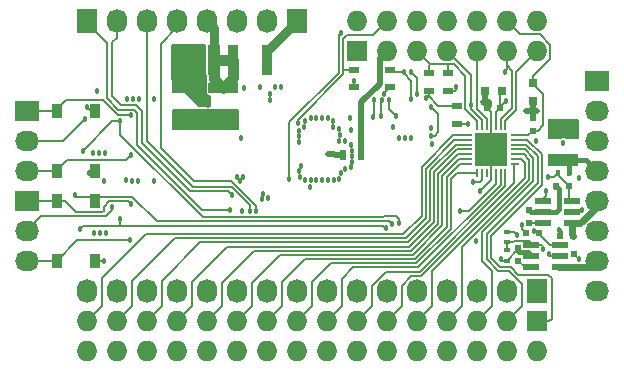
<source format=gbl>
G04 #@! TF.FileFunction,Copper,L4,Bot,Signal*
%FSLAX46Y46*%
G04 Gerber Fmt 4.6, Leading zero omitted, Abs format (unit mm)*
G04 Created by KiCad (PCBNEW 4.0.1-stable) date Friday, February 12, 2016 'PMt' 12:09:39 PM*
%MOMM*%
G01*
G04 APERTURE LIST*
%ADD10C,0.100000*%
%ADD11R,1.330000X0.560000*%
%ADD12R,0.500000X0.900000*%
%ADD13R,0.600000X0.500000*%
%ADD14R,1.727200X1.727200*%
%ADD15O,1.727200X1.727200*%
%ADD16R,1.727200X2.032000*%
%ADD17O,1.727200X2.032000*%
%ADD18R,0.500000X0.600000*%
%ADD19R,0.800000X0.750000*%
%ADD20R,0.750000X0.800000*%
%ADD21R,1.000000X2.500000*%
%ADD22R,2.500000X1.000000*%
%ADD23R,0.900000X2.500000*%
%ADD24R,0.900000X0.500000*%
%ADD25R,2.500000X0.900000*%
%ADD26R,2.032000X1.727200*%
%ADD27O,2.032000X1.727200*%
%ADD28R,0.400000X0.600000*%
%ADD29R,0.600000X0.400000*%
%ADD30R,0.800000X0.200000*%
%ADD31R,0.200000X0.800000*%
%ADD32R,1.500000X1.500000*%
%ADD33R,0.910000X1.220000*%
%ADD34C,0.457200*%
%ADD35C,0.200000*%
%ADD36C,0.914400*%
%ADD37C,0.457200*%
%ADD38C,0.508000*%
%ADD39C,0.762000*%
%ADD40C,0.254000*%
%ADD41C,0.889000*%
%ADD42C,0.560000*%
%ADD43C,0.600000*%
%ADD44C,0.152400*%
G04 APERTURE END LIST*
D10*
D11*
X213900000Y-88250000D03*
X213900000Y-87300000D03*
X213900000Y-86350000D03*
X216300000Y-86350000D03*
X216300000Y-88250000D03*
X216300000Y-87300000D03*
D12*
X198450000Y-82500000D03*
X196950000Y-82500000D03*
D13*
X210250000Y-78500000D03*
X209150000Y-78500000D03*
D14*
X213360000Y-96520000D03*
D15*
X213360000Y-99060000D03*
X210820000Y-96520000D03*
X210820000Y-99060000D03*
X208280000Y-96520000D03*
X208280000Y-99060000D03*
X205740000Y-96520000D03*
X205740000Y-99060000D03*
X203200000Y-96520000D03*
X203200000Y-99060000D03*
X200660000Y-96520000D03*
X200660000Y-99060000D03*
X198120000Y-96520000D03*
X198120000Y-99060000D03*
X195580000Y-96520000D03*
X195580000Y-99060000D03*
X193040000Y-96520000D03*
X193040000Y-99060000D03*
X190500000Y-96520000D03*
X190500000Y-99060000D03*
X187960000Y-96520000D03*
X187960000Y-99060000D03*
X185420000Y-96520000D03*
X185420000Y-99060000D03*
X182880000Y-96520000D03*
X182880000Y-99060000D03*
X180340000Y-96520000D03*
X180340000Y-99060000D03*
X177800000Y-96520000D03*
X177800000Y-99060000D03*
X175260000Y-96520000D03*
X175260000Y-99060000D03*
D16*
X213360000Y-93980000D03*
D17*
X210820000Y-93980000D03*
X208280000Y-93980000D03*
X205740000Y-93980000D03*
X203200000Y-93980000D03*
X200660000Y-93980000D03*
X198120000Y-93980000D03*
X195580000Y-93980000D03*
X193040000Y-93980000D03*
X190500000Y-93980000D03*
X187960000Y-93980000D03*
X185420000Y-93980000D03*
X182880000Y-93980000D03*
X180340000Y-93980000D03*
X177800000Y-93980000D03*
X175260000Y-93980000D03*
D16*
X193040000Y-71120000D03*
D17*
X190500000Y-71120000D03*
X187960000Y-71120000D03*
X185420000Y-71120000D03*
D14*
X198120000Y-73660000D03*
D15*
X198120000Y-71120000D03*
X200660000Y-73660000D03*
X200660000Y-71120000D03*
X203200000Y-73660000D03*
X203200000Y-71120000D03*
X205740000Y-73660000D03*
X205740000Y-71120000D03*
X208280000Y-73660000D03*
X208280000Y-71120000D03*
X210820000Y-73660000D03*
X210820000Y-71120000D03*
X213360000Y-73660000D03*
X213360000Y-71120000D03*
D18*
X213000000Y-80400000D03*
X213000000Y-79300000D03*
D19*
X210450000Y-77050000D03*
X208950000Y-77050000D03*
D20*
X213050000Y-76400000D03*
X213050000Y-77900000D03*
D21*
X186031000Y-74422000D03*
X183031000Y-74422000D03*
D22*
X183769000Y-79732000D03*
X183769000Y-76732000D03*
D23*
X190553000Y-74422000D03*
X187653000Y-74422000D03*
D24*
X206600000Y-79800000D03*
X206600000Y-78300000D03*
X204200000Y-77050000D03*
X204200000Y-75550000D03*
X205800000Y-75550000D03*
X205800000Y-77050000D03*
X200900000Y-76750000D03*
X200900000Y-75250000D03*
X197900000Y-76750000D03*
X197900000Y-75250000D03*
D25*
X186817000Y-79682000D03*
X186817000Y-76782000D03*
D26*
X170180000Y-78740000D03*
D27*
X170180000Y-81280000D03*
X170180000Y-83820000D03*
D26*
X170180000Y-86360000D03*
D27*
X170180000Y-88900000D03*
X170180000Y-91440000D03*
D18*
X216500000Y-91950000D03*
X216500000Y-90850000D03*
D13*
X216450000Y-89300000D03*
X215350000Y-89300000D03*
X213550000Y-89100000D03*
X212450000Y-89100000D03*
D18*
X211800000Y-91400000D03*
X211800000Y-90300000D03*
D13*
X216100000Y-85100000D03*
X215000000Y-85100000D03*
D18*
X212700000Y-88250000D03*
X212700000Y-87150000D03*
D22*
X215600000Y-82900000D03*
X215600000Y-79900000D03*
D28*
X216050000Y-84000000D03*
X215150000Y-84000000D03*
D29*
X210800000Y-89850000D03*
X210800000Y-88950000D03*
X210800000Y-91400000D03*
X210800000Y-90500000D03*
D26*
X218440000Y-76200000D03*
D27*
X218440000Y-78740000D03*
X218440000Y-81280000D03*
X218440000Y-83820000D03*
X218440000Y-86360000D03*
X218440000Y-88900000D03*
X218440000Y-91440000D03*
X218440000Y-93980000D03*
D30*
X211500000Y-80800000D03*
X211500000Y-81200000D03*
X211500000Y-81600000D03*
X211500000Y-82000000D03*
X211500000Y-82400000D03*
X211500000Y-82800000D03*
X211500000Y-83200000D03*
D31*
X210700000Y-84000000D03*
X210300000Y-84000000D03*
X209900000Y-84000000D03*
X209500000Y-84000000D03*
X209100000Y-84000000D03*
X208700000Y-84000000D03*
X208300000Y-84000000D03*
D30*
X207500000Y-83200000D03*
X207500000Y-82800000D03*
X207500000Y-82400000D03*
X207500000Y-82000000D03*
X207500000Y-81600000D03*
X207500000Y-81200000D03*
X207500000Y-80800000D03*
D31*
X208300000Y-80000000D03*
X208700000Y-80000000D03*
X209100000Y-80000000D03*
X209500000Y-80000000D03*
X209900000Y-80000000D03*
X210300000Y-80000000D03*
X210700000Y-80000000D03*
D32*
X208900000Y-82600000D03*
X208900000Y-81400000D03*
X210100000Y-82600000D03*
X210100000Y-81400000D03*
D11*
X212900000Y-91950000D03*
X212900000Y-91000000D03*
X212900000Y-90050000D03*
X215300000Y-90050000D03*
X215300000Y-91950000D03*
X215300000Y-91000000D03*
D33*
X172720000Y-86360000D03*
X175990000Y-86360000D03*
X172720000Y-78740000D03*
X175990000Y-78740000D03*
X172720000Y-91440000D03*
X175990000Y-91440000D03*
X172720000Y-83820000D03*
X175990000Y-83820000D03*
D16*
X175260000Y-71120000D03*
D17*
X177800000Y-71120000D03*
X180340000Y-71120000D03*
X182880000Y-71120000D03*
D34*
X176706605Y-84706993D03*
X213131002Y-88896533D03*
X211689924Y-89208449D03*
X210789730Y-77853823D03*
X214323770Y-84336508D03*
X183200000Y-78900000D03*
X183700000Y-78900000D03*
X184200000Y-78900000D03*
X185700000Y-78900000D03*
X185200000Y-78900000D03*
X184700000Y-78900000D03*
X176084102Y-77029258D03*
X180969102Y-77729258D03*
X180969102Y-84629258D03*
X201190245Y-80133945D03*
X215600000Y-81409603D03*
X188600000Y-76800000D03*
X175300000Y-78400000D03*
X175400000Y-84000000D03*
X176700000Y-91400000D03*
X210300000Y-91291002D03*
X215200000Y-88800000D03*
X212068998Y-88400000D03*
X215253998Y-86211002D03*
X216900084Y-91299804D03*
X201084309Y-88267230D03*
X188400975Y-87201683D03*
X174265112Y-85878990D03*
X179591421Y-84629720D03*
X179102578Y-84629716D03*
X178602750Y-84613240D03*
X208580457Y-85506477D03*
X178684102Y-77729258D03*
X179684102Y-77729258D03*
X179184102Y-77729258D03*
X175784102Y-82329258D03*
X176784102Y-82329258D03*
X176284102Y-82329258D03*
X175884102Y-89029258D03*
X176884102Y-89029258D03*
X176384102Y-89029258D03*
X188341000Y-81026000D03*
X188214000Y-84709000D03*
X187960000Y-84328000D03*
X188468000Y-84328000D03*
X185100000Y-77900000D03*
X185500000Y-78200000D03*
X185474594Y-77601626D03*
X209300000Y-77941000D03*
X208800000Y-77941000D03*
X204500000Y-81500000D03*
X215100000Y-80800000D03*
X215600000Y-80800000D03*
X216100000Y-80800000D03*
X216600000Y-80800000D03*
X214600000Y-80800000D03*
X216900000Y-84400000D03*
X201700000Y-81000000D03*
X202200000Y-81000000D03*
X202700000Y-81000000D03*
X184100000Y-75400000D03*
X184100000Y-74800000D03*
X184100000Y-74200000D03*
X184100000Y-73600000D03*
X179000000Y-79100000D03*
X179000000Y-86600000D03*
X197500000Y-79300000D03*
X197900000Y-76200000D03*
X200459511Y-77266883D03*
X204000000Y-77600000D03*
X189900000Y-76700000D03*
X197731014Y-83046928D03*
X197631499Y-83518905D03*
X196781012Y-84018687D03*
X197122165Y-83631012D03*
X197139899Y-81272728D03*
X197612000Y-80391000D03*
X194183000Y-85217000D03*
X206500000Y-76723494D03*
X196634483Y-84531914D03*
X196646116Y-81281018D03*
X190731002Y-77300000D03*
X190731002Y-77800000D03*
X191700000Y-76700000D03*
X191200000Y-76700000D03*
X190100000Y-86200000D03*
X190589684Y-86110316D03*
X190207091Y-85727724D03*
X212900000Y-78700000D03*
X213368990Y-78700000D03*
X212400000Y-78700000D03*
X193701658Y-79595638D03*
X193363644Y-83363645D03*
X193182599Y-81363601D03*
X193200000Y-83800000D03*
X193300000Y-84300000D03*
X193700000Y-84600000D03*
X194200000Y-84600000D03*
X194700000Y-84600000D03*
X195200000Y-84600000D03*
X195700000Y-84581002D03*
X196200000Y-84581002D03*
X197723604Y-82575280D03*
X197700000Y-82100000D03*
X197600000Y-81600000D03*
X193218998Y-80900000D03*
X193259221Y-80429611D03*
X193668998Y-80100000D03*
X194200000Y-79300000D03*
X194700000Y-79300000D03*
X195200000Y-79300000D03*
X195700000Y-79300000D03*
X196100000Y-79600000D03*
X196100000Y-80100000D03*
X196600000Y-80300000D03*
X196700000Y-80800000D03*
X195700000Y-82400000D03*
X196200000Y-82400000D03*
X204400000Y-78400000D03*
X206865271Y-87166572D03*
X204400059Y-80819839D03*
X207988659Y-84717012D03*
X179000000Y-82500000D03*
X178898648Y-89678586D03*
X202099845Y-75418600D03*
X202738509Y-77738509D03*
X202709873Y-75409873D03*
X203219519Y-77288509D03*
X201422234Y-79171925D03*
X200818746Y-77799273D03*
X196781010Y-72100000D03*
X192400000Y-84500000D03*
X210623276Y-75440374D03*
X200209603Y-77822905D03*
X200200000Y-79200000D03*
X199600000Y-77822905D03*
X199487983Y-79215349D03*
X193125494Y-79794761D03*
X207500000Y-79800000D03*
X207798990Y-78200000D03*
X178100000Y-87913256D03*
X174700000Y-88700000D03*
X200600000Y-88670414D03*
X201702694Y-88248925D03*
X174900000Y-82100000D03*
X178100000Y-79600000D03*
X175100000Y-79400000D03*
X177400000Y-86841010D03*
X214411237Y-90878368D03*
X217200000Y-87100000D03*
X213844355Y-90459708D03*
X213312913Y-81287087D03*
X214100000Y-85500000D03*
X204391848Y-80194286D03*
X208224595Y-89727643D03*
X187529592Y-85861177D03*
X187400000Y-87100000D03*
X189600000Y-87200000D03*
X189100000Y-87200000D03*
D35*
X213550000Y-89100000D02*
X213334469Y-89100000D01*
X213334469Y-89100000D02*
X213131002Y-88896533D01*
X215300000Y-90050000D02*
X214435000Y-90050000D01*
X214435000Y-90050000D02*
X213550000Y-89165000D01*
X213550000Y-89165000D02*
X213550000Y-89100000D01*
X211461325Y-88979850D02*
X211689924Y-89208449D01*
X210800000Y-88950000D02*
X211431475Y-88950000D01*
X211431475Y-88950000D02*
X211461325Y-88979850D01*
X210250000Y-78500000D02*
X210250000Y-78393553D01*
X210250000Y-78393553D02*
X210789730Y-77853823D01*
X215150000Y-84000000D02*
X214819514Y-84330486D01*
X214819514Y-84330486D02*
X214329792Y-84330486D01*
X214329792Y-84330486D02*
X214323770Y-84336508D01*
X183700000Y-78900000D02*
X183200000Y-78900000D01*
X184200000Y-78900000D02*
X183700000Y-78900000D01*
X184700000Y-78900000D02*
X184200000Y-78900000D01*
X185200000Y-78900000D02*
X185700000Y-78900000D01*
X184700000Y-78900000D02*
X185200000Y-78900000D01*
X183769000Y-79732000D02*
X183868000Y-79732000D01*
X183868000Y-79732000D02*
X184700000Y-78900000D01*
X210250000Y-78500000D02*
X210250000Y-78439730D01*
X215200000Y-90050000D02*
X215150000Y-90050000D01*
X216100000Y-85100000D02*
X216100000Y-86150000D01*
X215150000Y-84000000D02*
X215150000Y-84150000D01*
X215150000Y-84150000D02*
X216100000Y-85100000D01*
D36*
X186817000Y-79682000D02*
X183819000Y-79682000D01*
D35*
X183819000Y-79682000D02*
X183769000Y-79732000D01*
X210250000Y-78500000D02*
X210250000Y-77250000D01*
X210250000Y-77250000D02*
X210450000Y-77050000D01*
X209900000Y-80050000D02*
X209900000Y-78850000D01*
X209900000Y-78850000D02*
X210250000Y-78500000D01*
X176500000Y-86000000D02*
X174386122Y-86000000D01*
X179111882Y-86000000D02*
X176500000Y-86000000D01*
X176500000Y-86000000D02*
X176350000Y-86000000D01*
X176350000Y-86000000D02*
X175990000Y-86360000D01*
X175990000Y-78740000D02*
X175640000Y-78740000D01*
X175640000Y-78740000D02*
X175300000Y-78400000D01*
X175990000Y-83820000D02*
X175580000Y-83820000D01*
X175580000Y-83820000D02*
X175400000Y-84000000D01*
X175990000Y-91440000D02*
X176660000Y-91440000D01*
X176660000Y-91440000D02*
X176700000Y-91400000D01*
X210800000Y-91400000D02*
X210408998Y-91400000D01*
X210408998Y-91400000D02*
X210300000Y-91291002D01*
D37*
X215350000Y-89300000D02*
X215350000Y-88950000D01*
X215350000Y-88950000D02*
X215200000Y-88800000D01*
X213900000Y-87300000D02*
X212850000Y-87300000D01*
X212850000Y-87300000D02*
X212700000Y-87150000D01*
X215253998Y-86211002D02*
X215253998Y-87068202D01*
X215253998Y-87068202D02*
X215022200Y-87300000D01*
X215022200Y-87300000D02*
X213900000Y-87300000D01*
D35*
X212450000Y-89100000D02*
X212068998Y-88718998D01*
X212068998Y-88718998D02*
X212068998Y-88400000D01*
D37*
X215250000Y-89200000D02*
X215350000Y-89300000D01*
X215253998Y-86211002D02*
X215253998Y-85353998D01*
X215253998Y-85353998D02*
X215000000Y-85100000D01*
X214927143Y-85172857D02*
X215000000Y-85100000D01*
X211800000Y-90565314D02*
X211953685Y-90718999D01*
X211953685Y-90718999D02*
X212618999Y-90718999D01*
X212618999Y-90718999D02*
X212900000Y-91000000D01*
X211800000Y-90300000D02*
X211800000Y-90565314D01*
X211800000Y-90565314D02*
X211883550Y-90648864D01*
D35*
X216500000Y-90899720D02*
X216900084Y-91299804D01*
X216500000Y-90850000D02*
X216500000Y-90899720D01*
X200855710Y-88038631D02*
X200561369Y-88038631D01*
X200561369Y-88038631D02*
X200510595Y-88089405D01*
X200510595Y-88089405D02*
X181201287Y-88089405D01*
X181201287Y-88089405D02*
X179111882Y-86000000D01*
X174386122Y-86000000D02*
X174265112Y-85878990D01*
X201084309Y-88267230D02*
X200855710Y-88038631D01*
X209500000Y-83950000D02*
X209500000Y-84586934D01*
X209500000Y-84586934D02*
X208809056Y-85277878D01*
X208809056Y-85277878D02*
X208580457Y-85506477D01*
D38*
X208976711Y-77941000D02*
X209300000Y-77941000D01*
X209150000Y-78500000D02*
X209150000Y-78291000D01*
X209300000Y-78264289D02*
X209300000Y-77941000D01*
X209300000Y-78350000D02*
X209300000Y-78264289D01*
X209150000Y-78500000D02*
X209300000Y-78350000D01*
X208958000Y-77941000D02*
X208976711Y-77941000D01*
X208950000Y-77050000D02*
X208950000Y-77933000D01*
X208950000Y-77933000D02*
X208942000Y-77941000D01*
X208942000Y-77941000D02*
X208800000Y-77941000D01*
D35*
X208800000Y-77941000D02*
X209300000Y-77941000D01*
D38*
X208950000Y-77933000D02*
X208958000Y-77941000D01*
X209028599Y-78169599D02*
X208800000Y-77941000D01*
X209150000Y-78291000D02*
X209028599Y-78169599D01*
D35*
X210800000Y-91400000D02*
X211800000Y-90400000D01*
X211800000Y-90400000D02*
X211800000Y-90300000D01*
X216100000Y-80800000D02*
X216600000Y-80800000D01*
X215100000Y-80800000D02*
X215600000Y-80800000D01*
X215600000Y-80800000D02*
X216100000Y-80800000D01*
X215500000Y-80600000D02*
X215300000Y-80800000D01*
X215600000Y-79900000D02*
X215600000Y-80600000D01*
X215300000Y-80800000D02*
X215100000Y-80800000D01*
X214600000Y-80800000D02*
X215100000Y-80800000D01*
D36*
X183031000Y-75994000D02*
X183769000Y-76732000D01*
D35*
X208900000Y-81400000D02*
X209500000Y-80800000D01*
X209500000Y-80800000D02*
X209500000Y-80050000D01*
X209500000Y-83950000D02*
X209500000Y-83200000D01*
X209500000Y-83200000D02*
X208900000Y-82600000D01*
X209500000Y-80050000D02*
X209500000Y-78850000D01*
X209500000Y-78850000D02*
X209150000Y-78500000D01*
D36*
X184100000Y-74800000D02*
X184100000Y-75400000D01*
X184100000Y-74200000D02*
X184100000Y-74800000D01*
X184100000Y-73600000D02*
X184100000Y-74200000D01*
X183031000Y-74422000D02*
X183278000Y-74422000D01*
X183278000Y-74422000D02*
X184100000Y-73600000D01*
X183031000Y-74422000D02*
X183031000Y-75994000D01*
D35*
X179000000Y-79100000D02*
X177877380Y-79100000D01*
X177877380Y-79100000D02*
X176598492Y-77821112D01*
X176598492Y-77821112D02*
X173492998Y-77821112D01*
X173492998Y-77821112D02*
X172574110Y-78740000D01*
X172574110Y-78740000D02*
X170180000Y-78740000D01*
X172720000Y-86360000D02*
X170180000Y-86360000D01*
X176577582Y-87291740D02*
X174306740Y-87291740D01*
X174306740Y-87291740D02*
X173375000Y-86360000D01*
X173375000Y-86360000D02*
X172720000Y-86360000D01*
X179000000Y-86600000D02*
X178760009Y-86360009D01*
X178760009Y-86360009D02*
X177169119Y-86360009D01*
X177169119Y-86360009D02*
X176697401Y-86831727D01*
X176697401Y-86831727D02*
X176697401Y-87171921D01*
X176697401Y-87171921D02*
X176577582Y-87291740D01*
X197900000Y-76750000D02*
X197900000Y-76200000D01*
X200459511Y-77266883D02*
X200459511Y-77190489D01*
X200459511Y-77190489D02*
X200900000Y-76750000D01*
D39*
X190553000Y-74422000D02*
X190553000Y-73622000D01*
X190553000Y-73622000D02*
X193040000Y-71135000D01*
D35*
X193040000Y-71135000D02*
X193040000Y-71120000D01*
D40*
X204200000Y-77500000D02*
X204100000Y-77500000D01*
X204100000Y-77500000D02*
X204000000Y-77600000D01*
D35*
X206600000Y-78300000D02*
X205000000Y-78300000D01*
X205000000Y-78300000D02*
X204200000Y-77500000D01*
X204200000Y-77500000D02*
X204200000Y-77050000D01*
X213000000Y-80400000D02*
X213450000Y-80400000D01*
X213450000Y-80400000D02*
X213891066Y-79958934D01*
X213891066Y-79958934D02*
X213891066Y-77266066D01*
X213891066Y-77266066D02*
X213050000Y-76425000D01*
X213050000Y-76425000D02*
X213050000Y-76400000D01*
X210820000Y-71120000D02*
X211936001Y-72236001D01*
X211936001Y-72236001D02*
X213587683Y-72236001D01*
X213587683Y-72236001D02*
X214476001Y-73124319D01*
X214476001Y-73124319D02*
X214476001Y-74373999D01*
X214476001Y-74373999D02*
X213050000Y-75800000D01*
X213050000Y-75800000D02*
X213050000Y-76400000D01*
X211450000Y-80800000D02*
X212600000Y-80800000D01*
X212600000Y-80800000D02*
X213000000Y-80400000D01*
X206450000Y-77050000D02*
X206500000Y-77000000D01*
X205800000Y-77050000D02*
X206450000Y-77050000D01*
X206500000Y-77000000D02*
X206500000Y-76723494D01*
D38*
X213050000Y-77900000D02*
X213050000Y-78550000D01*
X213050000Y-78550000D02*
X212900000Y-78700000D01*
X213368990Y-78700000D02*
X212900000Y-78700000D01*
X212900000Y-78700000D02*
X212400000Y-78700000D01*
X213000000Y-79300000D02*
X213000000Y-78800000D01*
X213000000Y-78800000D02*
X212900000Y-78700000D01*
D35*
X213000000Y-77950000D02*
X213050000Y-77900000D01*
D38*
X196200000Y-82400000D02*
X195700000Y-82400000D01*
X196950000Y-82500000D02*
X196300000Y-82500000D01*
X196300000Y-82500000D02*
X196200000Y-82400000D01*
D36*
X187653000Y-74422000D02*
X187653000Y-75946000D01*
X187653000Y-75946000D02*
X186817000Y-76782000D01*
X186031000Y-74422000D02*
X186031000Y-75996000D01*
X186031000Y-75996000D02*
X186817000Y-76782000D01*
D39*
X186031000Y-74422000D02*
X186031000Y-71731000D01*
X186031000Y-71731000D02*
X185420000Y-71120000D01*
D41*
X187653000Y-74422000D02*
X186031000Y-74422000D01*
D35*
X213360000Y-96520000D02*
X214423600Y-96520000D01*
X214423600Y-96520000D02*
X214600000Y-96343600D01*
X214600000Y-96343600D02*
X214600000Y-92886078D01*
X211802919Y-92600000D02*
X211159357Y-91956438D01*
X214600000Y-92886078D02*
X214313922Y-92600000D01*
X209457979Y-89309161D02*
X213767920Y-84999220D01*
X213767920Y-84999220D02*
X213767920Y-82422344D01*
X213767920Y-82422344D02*
X212545576Y-81200000D01*
X214313922Y-92600000D02*
X211802919Y-92600000D01*
X211159357Y-91956438D02*
X210251301Y-91956438D01*
X210251301Y-91956438D02*
X209457979Y-91163116D01*
X209457979Y-91163116D02*
X209457979Y-89309161D01*
X212545576Y-81200000D02*
X211450000Y-81200000D01*
X210820000Y-96520000D02*
X212090000Y-95250000D01*
X210105328Y-92308849D02*
X209105568Y-91309089D01*
X209105568Y-89163188D02*
X213415509Y-84853247D01*
X213415509Y-84853247D02*
X213415509Y-82568317D01*
X212090000Y-95250000D02*
X212090000Y-93385463D01*
X211013386Y-92308849D02*
X210105328Y-92308849D01*
X212090000Y-93385463D02*
X211013386Y-92308849D01*
X209105568Y-91309089D02*
X209105568Y-89163188D01*
X213415509Y-82568317D02*
X212447192Y-81600000D01*
X212050000Y-81600000D02*
X211450000Y-81600000D01*
X212447192Y-81600000D02*
X212050000Y-81600000D01*
X209143599Y-95656401D02*
X208280000Y-96520000D01*
X213063098Y-84707274D02*
X208753157Y-89017215D01*
X209550000Y-95250000D02*
X209143599Y-95656401D01*
X209550000Y-92251905D02*
X209550000Y-95250000D01*
X211450000Y-82000000D02*
X212348808Y-82000000D01*
X208753157Y-91455062D02*
X209550000Y-92251905D01*
X212348808Y-82000000D02*
X213063098Y-82714290D01*
X213063098Y-82714290D02*
X213063098Y-84707274D01*
X208753157Y-89017215D02*
X208753157Y-91455062D01*
X211450000Y-82400000D02*
X212250424Y-82400000D01*
X212710687Y-82860263D02*
X212710687Y-84561301D01*
X206603599Y-95656401D02*
X205740000Y-96520000D01*
X207010000Y-90261988D02*
X207010000Y-95250000D01*
X207010000Y-95250000D02*
X206603599Y-95656401D01*
X212250424Y-82400000D02*
X212710687Y-82860263D01*
X212710687Y-84561301D02*
X207010000Y-90261988D01*
X212050000Y-82800000D02*
X211450000Y-82800000D01*
X212056718Y-82800000D02*
X212050000Y-82800000D01*
X204470000Y-92303604D02*
X212358276Y-84415328D01*
X212358276Y-83101558D02*
X212056718Y-82800000D01*
X203200000Y-96520000D02*
X204470000Y-95250000D01*
X212358276Y-84415328D02*
X212358276Y-83101558D01*
X204470000Y-95250000D02*
X204470000Y-92303604D01*
X201930000Y-95250000D02*
X201523599Y-95656401D01*
X201930000Y-93519324D02*
X201930000Y-95250000D01*
X202737734Y-92711590D02*
X201930000Y-93519324D01*
X211450000Y-84825220D02*
X203563630Y-92711590D01*
X201523599Y-95656401D02*
X200660000Y-96520000D01*
X211450000Y-83200000D02*
X211450000Y-84825220D01*
X203563630Y-92711590D02*
X202737734Y-92711590D01*
X199390000Y-95250000D02*
X198983599Y-95656401D01*
X199390000Y-93519324D02*
X199390000Y-95250000D01*
X200574132Y-92335192D02*
X199390000Y-93519324D01*
X210700000Y-83950000D02*
X210700000Y-85076836D01*
X210700000Y-85076836D02*
X203441644Y-92335192D01*
X203441644Y-92335192D02*
X200574132Y-92335192D01*
X198983599Y-95656401D02*
X198120000Y-96520000D01*
X210300000Y-84550000D02*
X210300000Y-83950000D01*
X210300000Y-84978452D02*
X210300000Y-84550000D01*
X203295680Y-91982772D02*
X210300000Y-84978452D01*
X197793534Y-91982772D02*
X203295680Y-91982772D01*
X196850000Y-92926306D02*
X197793534Y-91982772D01*
X196850000Y-95250000D02*
X196850000Y-92926306D01*
X195580000Y-96520000D02*
X196850000Y-95250000D01*
X203149707Y-91630361D02*
X195931451Y-91630361D01*
X195931451Y-91630361D02*
X194306664Y-93255148D01*
X206069651Y-88710417D02*
X203149707Y-91630361D01*
X206621685Y-83950000D02*
X206069651Y-84502034D01*
X194306664Y-93255148D02*
X194306664Y-95253336D01*
X208300000Y-83950000D02*
X206621685Y-83950000D01*
X206069651Y-84502034D02*
X206069651Y-88710417D01*
X194306664Y-95253336D02*
X193903599Y-95656401D01*
X193903599Y-95656401D02*
X193040000Y-96520000D01*
X191744319Y-95275681D02*
X191363599Y-95656401D01*
X191744319Y-93237025D02*
X191744319Y-95275681D01*
X193703394Y-91277950D02*
X191744319Y-93237025D01*
X203003734Y-91277950D02*
X193703394Y-91277950D01*
X191363599Y-95656401D02*
X190500000Y-96520000D01*
X205717240Y-84356061D02*
X205717239Y-88564445D01*
X206873301Y-83200000D02*
X205717240Y-84356061D01*
X207550000Y-83200000D02*
X206873301Y-83200000D01*
X205717239Y-88564445D02*
X203003734Y-91277950D01*
X188823599Y-95656401D02*
X187960000Y-96520000D01*
X189228202Y-95251798D02*
X188823599Y-95656401D01*
X205364829Y-88418471D02*
X202857761Y-90925539D01*
X207550000Y-82800000D02*
X206774917Y-82800000D01*
X191597710Y-90925539D02*
X189228202Y-93295047D01*
X189228202Y-93295047D02*
X189228202Y-95251798D01*
X202857761Y-90925539D02*
X191597710Y-90925539D01*
X206774917Y-82800000D02*
X205364830Y-84210087D01*
X205364830Y-84210087D02*
X205364829Y-88418471D01*
X206676533Y-82400000D02*
X206950000Y-82400000D01*
X206950000Y-82400000D02*
X207550000Y-82400000D01*
X205012420Y-84064113D02*
X206676533Y-82400000D01*
X189393437Y-90573128D02*
X202711788Y-90573128D01*
X186680953Y-95259047D02*
X186680953Y-93285612D01*
X185420000Y-96520000D02*
X186680953Y-95259047D01*
X186680953Y-93285612D02*
X189393437Y-90573128D01*
X205012418Y-88272498D02*
X205012420Y-84064113D01*
X202711788Y-90573128D02*
X205012418Y-88272498D01*
X183743599Y-95656401D02*
X182880000Y-96520000D01*
X184167759Y-93211830D02*
X184167759Y-95232241D01*
X187158872Y-90220717D02*
X184167759Y-93211830D01*
X202565815Y-90220717D02*
X187158872Y-90220717D01*
X204660007Y-88126525D02*
X202565815Y-90220717D01*
X207550000Y-82000000D02*
X206578151Y-82000000D01*
X204660007Y-83980851D02*
X204660007Y-88126525D01*
X204660010Y-83918141D02*
X204660007Y-83980851D01*
X206578151Y-82000000D02*
X204660010Y-83918141D01*
X184167759Y-95232241D02*
X183743599Y-95656401D01*
X206950000Y-81600000D02*
X207550000Y-81600000D01*
X204307596Y-87980552D02*
X204307596Y-83772163D01*
X202419842Y-89868306D02*
X204307596Y-87980552D01*
X181593018Y-93132082D02*
X184856794Y-89868306D01*
X181593018Y-95266982D02*
X181593018Y-93132082D01*
X184856794Y-89868306D02*
X202419842Y-89868306D01*
X204307596Y-83772163D02*
X206479759Y-81600000D01*
X206479759Y-81600000D02*
X206950000Y-81600000D01*
X180340000Y-96520000D02*
X181593018Y-95266982D01*
X178663599Y-95656401D02*
X177800000Y-96520000D01*
X179063849Y-95256151D02*
X178663599Y-95656401D01*
X182714213Y-89515895D02*
X179063849Y-93166259D01*
X203955185Y-87834579D02*
X202273869Y-89515895D01*
X203955185Y-83626182D02*
X203955185Y-87834579D01*
X206381367Y-81200000D02*
X203955185Y-83626182D01*
X207550000Y-81200000D02*
X206381367Y-81200000D01*
X202273869Y-89515895D02*
X182714213Y-89515895D01*
X179063849Y-93166259D02*
X179063849Y-95256151D01*
X176519503Y-95260497D02*
X176123599Y-95656401D01*
X176519503Y-92880497D02*
X176519503Y-95260497D01*
X203594777Y-83488197D02*
X203594777Y-87592929D01*
X203594777Y-87592929D02*
X202036282Y-89151424D01*
X207550000Y-80800000D02*
X206282974Y-80800000D01*
X180248576Y-89151424D02*
X176519503Y-92880497D01*
X206282974Y-80800000D02*
X203594777Y-83488197D01*
X176123599Y-95656401D02*
X175260000Y-96520000D01*
X202036282Y-89151424D02*
X180248576Y-89151424D01*
X205000000Y-80543187D02*
X205000000Y-79000000D01*
X205000000Y-79000000D02*
X204400000Y-78400000D01*
X204400059Y-80819839D02*
X204723348Y-80819839D01*
X204723348Y-80819839D02*
X205000000Y-80543187D01*
X207613498Y-87166572D02*
X207188560Y-87166572D01*
X207188560Y-87166572D02*
X206865271Y-87166572D01*
X209900000Y-83950000D02*
X209900000Y-84880070D01*
X209900000Y-84880070D02*
X207613498Y-87166572D01*
X208700000Y-84000000D02*
X208700000Y-84600000D01*
X208700000Y-84600000D02*
X208582988Y-84717012D01*
X208582988Y-84717012D02*
X207988659Y-84717012D01*
X179000000Y-82500000D02*
X178606631Y-82893369D01*
X178606631Y-82893369D02*
X173570308Y-82893369D01*
X173570308Y-82893369D02*
X172643677Y-83820000D01*
X172643677Y-83820000D02*
X170180000Y-83820000D01*
X178898648Y-89678586D02*
X174466675Y-89678586D01*
X174466675Y-89678586D02*
X172705261Y-91440000D01*
X172705261Y-91440000D02*
X170180000Y-91440000D01*
D38*
X198450000Y-82500000D02*
X198450000Y-78003402D01*
X198450000Y-78003402D02*
X200038571Y-76414831D01*
X200038571Y-76414831D02*
X200038571Y-74281429D01*
X200038571Y-74281429D02*
X200660000Y-73660000D01*
D35*
X202099845Y-75418600D02*
X201068600Y-75418600D01*
X201068600Y-75418600D02*
X200900000Y-75250000D01*
X202738509Y-77738509D02*
X202738509Y-76163195D01*
X202738509Y-76163195D02*
X202099845Y-75524531D01*
X202099845Y-75524531D02*
X202099845Y-75418600D01*
X203219519Y-77288509D02*
X203219519Y-75919519D01*
X203219519Y-75919519D02*
X202709873Y-75409873D01*
X208280000Y-74881314D02*
X208280000Y-73660000D01*
X208280000Y-78573026D02*
X208280000Y-74881314D01*
X209100000Y-79393026D02*
X208280000Y-78573026D01*
X209100000Y-80050000D02*
X209100000Y-79393026D01*
X200818541Y-78568232D02*
X201193635Y-78943326D01*
X201193635Y-78943326D02*
X201422234Y-79171925D01*
X200818541Y-77799478D02*
X200818746Y-77799273D01*
X200818541Y-78568232D02*
X200818541Y-77799478D01*
X192400000Y-84500000D02*
X192400000Y-79698584D01*
X196605233Y-75493351D02*
X196605233Y-72275777D01*
X192400000Y-79698584D02*
X196605233Y-75493351D01*
X196605233Y-72275777D02*
X196781010Y-72100000D01*
X210623276Y-75440374D02*
X210851875Y-75211775D01*
X210851875Y-75211775D02*
X210851875Y-74913189D01*
X210851875Y-74913189D02*
X210820000Y-74881314D01*
X211270740Y-78479260D02*
X211270740Y-75700000D01*
X211270740Y-75700000D02*
X211270740Y-75332054D01*
X200200000Y-79200000D02*
X200200000Y-77832508D01*
X200200000Y-77832508D02*
X200209603Y-77822905D01*
X211270740Y-75332054D02*
X210820000Y-74881314D01*
X210300000Y-79450000D02*
X211270740Y-78479260D01*
X210300000Y-80050000D02*
X210300000Y-79450000D01*
X210820000Y-74881314D02*
X210820000Y-73660000D01*
X199600000Y-77822905D02*
X199600000Y-79103332D01*
X199600000Y-79103332D02*
X199487983Y-79215349D01*
X210700000Y-79552703D02*
X211623151Y-78629552D01*
X210700000Y-80050000D02*
X210700000Y-79552703D01*
X211623151Y-78629552D02*
X211623151Y-75396849D01*
X211623151Y-75396849D02*
X213360000Y-73660000D01*
X196973264Y-75623702D02*
X196973264Y-75200000D01*
X196973264Y-75200000D02*
X196973264Y-72625214D01*
X197023264Y-75250000D02*
X196973264Y-75200000D01*
X197900000Y-75250000D02*
X197023264Y-75250000D01*
X193125494Y-79794761D02*
X193125494Y-79471472D01*
X193125494Y-79471472D02*
X196973264Y-75623702D01*
X196973264Y-72625214D02*
X197298478Y-72300000D01*
X197298478Y-72300000D02*
X199480000Y-72300000D01*
X199480000Y-72300000D02*
X200660000Y-71120000D01*
X208700000Y-79491410D02*
X207808699Y-78600109D01*
X208700000Y-80050000D02*
X208700000Y-79491410D01*
X207808699Y-78600109D02*
X207808699Y-78200000D01*
X207500000Y-79800000D02*
X206600000Y-79800000D01*
X207808699Y-78200000D02*
X207808699Y-75728699D01*
X207808699Y-78200000D02*
X207798990Y-78200000D01*
X207808699Y-75728699D02*
X206603599Y-74523599D01*
X206603599Y-74523599D02*
X205740000Y-73660000D01*
X208300000Y-79589794D02*
X207302432Y-78592226D01*
X207302432Y-78592226D02*
X207302432Y-75754177D01*
X208300000Y-80050000D02*
X208300000Y-79589794D01*
X207302432Y-75754177D02*
X206346101Y-74797846D01*
X206346101Y-74797846D02*
X205800000Y-74797846D01*
X204200000Y-75600000D02*
X204200000Y-74935692D01*
X204200000Y-74935692D02*
X204337846Y-74797846D01*
X205800000Y-74797846D02*
X204337846Y-74797846D01*
X205800000Y-75550000D02*
X205800000Y-74797846D01*
X204337846Y-74797846D02*
X203200000Y-73660000D01*
X178100000Y-88441815D02*
X174958185Y-88441815D01*
X200371401Y-88441815D02*
X178100000Y-88441815D01*
X178100000Y-88441815D02*
X178100000Y-87913256D01*
X200600000Y-88670414D02*
X200371401Y-88441815D01*
X174958185Y-88441815D02*
X174700000Y-88700000D01*
X178100000Y-79600000D02*
X178100000Y-80784035D01*
X178100000Y-80784035D02*
X185052960Y-87736995D01*
X185052960Y-87736995D02*
X200364622Y-87736995D01*
X200475644Y-87625973D02*
X201403031Y-87625973D01*
X200364622Y-87736995D02*
X200475644Y-87625973D01*
X201403031Y-87625973D02*
X201702694Y-87925636D01*
X201702694Y-87925636D02*
X201702694Y-88248925D01*
X178100000Y-79600000D02*
X177400000Y-79600000D01*
X177400000Y-79600000D02*
X174900000Y-82100000D01*
X175100000Y-79400000D02*
X173220000Y-81280000D01*
X173220000Y-81280000D02*
X170180000Y-81280000D01*
X177400000Y-86841010D02*
X177400000Y-87142135D01*
X177400000Y-87142135D02*
X176897985Y-87644150D01*
X176897985Y-87644150D02*
X171406662Y-87644150D01*
X171406662Y-87644150D02*
X170180000Y-88870812D01*
X170180000Y-88870812D02*
X170180000Y-88900000D01*
D42*
X216500000Y-91950000D02*
X216532293Y-91982293D01*
X216532293Y-91982293D02*
X217897707Y-91982293D01*
X217897707Y-91982293D02*
X218440000Y-91440000D01*
X215200000Y-91950000D02*
X216500000Y-91950000D01*
D35*
X215200000Y-91000000D02*
X214470000Y-91000000D01*
X214470000Y-91000000D02*
X214411237Y-90941237D01*
X214411237Y-90941237D02*
X214411237Y-90878368D01*
D43*
X218440000Y-86835917D02*
X218432601Y-86835917D01*
D42*
X218432601Y-86835917D02*
X217018518Y-88250000D01*
X217018518Y-88250000D02*
X216300000Y-88250000D01*
D35*
X218440000Y-86360000D02*
X218440000Y-86835917D01*
X216300000Y-87300000D02*
X217000000Y-87300000D01*
X217000000Y-87300000D02*
X217200000Y-87100000D01*
D42*
X216300000Y-88250000D02*
X216300000Y-89150000D01*
X216300000Y-89150000D02*
X216450000Y-89300000D01*
D35*
X218440000Y-86440000D02*
X218440000Y-86360000D01*
X218440000Y-86615000D02*
X218440000Y-86360000D01*
X213000000Y-91950000D02*
X212350000Y-91950000D01*
X212350000Y-91950000D02*
X211800000Y-91400000D01*
X213900000Y-88250000D02*
X212700000Y-88250000D01*
D37*
X215600000Y-82900000D02*
X216050000Y-83350000D01*
X216050000Y-83350000D02*
X216050000Y-84000000D01*
X215600000Y-82900000D02*
X217520000Y-82900000D01*
X217520000Y-82900000D02*
X218440000Y-83820000D01*
D35*
X212690610Y-89740610D02*
X213000000Y-90050000D01*
X211409390Y-89740610D02*
X212690610Y-89740610D01*
X211300000Y-89850000D02*
X211409390Y-89740610D01*
X210800000Y-89850000D02*
X211300000Y-89850000D01*
X213000000Y-90050000D02*
X213730000Y-90050000D01*
X213844355Y-90164355D02*
X213844355Y-90459708D01*
X213730000Y-90050000D02*
X213844355Y-90164355D01*
X210800000Y-90500000D02*
X210800000Y-89850000D01*
X214100000Y-85500000D02*
X214100000Y-85950000D01*
X214100000Y-85950000D02*
X213900000Y-86150000D01*
X177800000Y-71120000D02*
X177800000Y-72523037D01*
X177800000Y-72523037D02*
X177400000Y-72923037D01*
X177400000Y-72923037D02*
X177400000Y-77500000D01*
X177400000Y-77500000D02*
X178110259Y-78210259D01*
X178110259Y-78210259D02*
X179410259Y-78210259D01*
X179481001Y-80482619D02*
X179481001Y-78869119D01*
X179481001Y-78869119D02*
X179230881Y-78618999D01*
X179230881Y-78618999D02*
X177894761Y-78618999D01*
X177894761Y-78618999D02*
X176950902Y-77675140D01*
X176950902Y-77675140D02*
X176950902Y-72965997D01*
X175260000Y-71275095D02*
X175260000Y-71120000D01*
X176950902Y-72965997D02*
X175260000Y-71275095D01*
X183986570Y-85505774D02*
X187174189Y-85505774D01*
X187300993Y-85632578D02*
X187529592Y-85861177D01*
X179900000Y-78700000D02*
X179900000Y-81419204D01*
X179900000Y-81419204D02*
X183986570Y-85505774D01*
X179410259Y-78210259D02*
X179900000Y-78700000D01*
X187174189Y-85505774D02*
X187300993Y-85632578D01*
X187400000Y-87100000D02*
X184980045Y-87100000D01*
X184980045Y-87100000D02*
X179481001Y-81600956D01*
X179481001Y-81600956D02*
X179481001Y-80482619D01*
X179481001Y-80482619D02*
X179482619Y-80482619D01*
X179423292Y-78223292D02*
X179410259Y-78210259D01*
X189100000Y-87200000D02*
X189100000Y-86727706D01*
X180340000Y-81270482D02*
X180340000Y-74783764D01*
X189100000Y-86727706D02*
X187518466Y-85146172D01*
X187518466Y-85146172D02*
X184215690Y-85146172D01*
X184215690Y-85146172D02*
X180340000Y-81270482D01*
X180340000Y-74783764D02*
X180340000Y-71120000D01*
X189600000Y-87200000D02*
X189600000Y-86800000D01*
X189600000Y-86800000D02*
X187500000Y-84700000D01*
X187500000Y-84700000D02*
X184361404Y-84700000D01*
X182880000Y-71665981D02*
X182880000Y-71120000D01*
X184361404Y-84700000D02*
X181500000Y-81838596D01*
X181500000Y-73045981D02*
X182880000Y-71665981D01*
X181500000Y-81838596D02*
X181500000Y-73045981D01*
D44*
G36*
X216823800Y-81023800D02*
X215845665Y-81023800D01*
X215818507Y-81005482D01*
X215735852Y-80970737D01*
X215648022Y-80952708D01*
X215558362Y-80952082D01*
X215470289Y-80968883D01*
X215387156Y-81002470D01*
X215354561Y-81023800D01*
X214376200Y-81023800D01*
X214376200Y-79476200D01*
X216823800Y-79476200D01*
X216823800Y-81023800D01*
X216823800Y-81023800D01*
G37*
X216823800Y-81023800D02*
X215845665Y-81023800D01*
X215818507Y-81005482D01*
X215735852Y-80970737D01*
X215648022Y-80952708D01*
X215558362Y-80952082D01*
X215470289Y-80968883D01*
X215387156Y-81002470D01*
X215354561Y-81023800D01*
X214376200Y-81023800D01*
X214376200Y-79476200D01*
X216823800Y-79476200D01*
X216823800Y-81023800D01*
G36*
X185301294Y-75672000D02*
X185304197Y-75708404D01*
X185323318Y-75770148D01*
X185323800Y-75770879D01*
X185323800Y-77200000D01*
X185326817Y-77221229D01*
X185335628Y-77240777D01*
X185338238Y-77243839D01*
X185340197Y-77268404D01*
X185359318Y-77330148D01*
X185394884Y-77384121D01*
X185444078Y-77426049D01*
X185503005Y-77452612D01*
X185567000Y-77461706D01*
X185723800Y-77461706D01*
X185723800Y-78323800D01*
X184731564Y-78323800D01*
X182476200Y-76068436D01*
X182476200Y-73176200D01*
X185301294Y-73176200D01*
X185301294Y-75672000D01*
X185301294Y-75672000D01*
G37*
X185301294Y-75672000D02*
X185304197Y-75708404D01*
X185323318Y-75770148D01*
X185323800Y-75770879D01*
X185323800Y-77200000D01*
X185326817Y-77221229D01*
X185335628Y-77240777D01*
X185338238Y-77243839D01*
X185340197Y-77268404D01*
X185359318Y-77330148D01*
X185394884Y-77384121D01*
X185444078Y-77426049D01*
X185503005Y-77452612D01*
X185567000Y-77461706D01*
X185723800Y-77461706D01*
X185723800Y-78323800D01*
X184731564Y-78323800D01*
X182476200Y-76068436D01*
X182476200Y-73176200D01*
X185301294Y-73176200D01*
X185301294Y-75672000D01*
G36*
X188023800Y-80223800D02*
X182576200Y-80223800D01*
X182576200Y-78676200D01*
X188023800Y-78676200D01*
X188023800Y-80223800D01*
X188023800Y-80223800D01*
G37*
X188023800Y-80223800D02*
X182576200Y-80223800D01*
X182576200Y-78676200D01*
X188023800Y-78676200D01*
X188023800Y-80223800D01*
M02*

</source>
